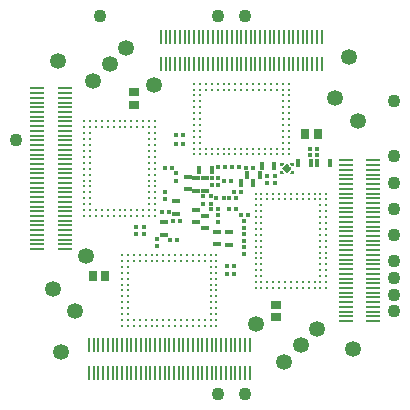
<source format=gbs>
G75*
%MOIN*%
%OFA0B0*%
%FSLAX25Y25*%
%IPPOS*%
%LPD*%
%AMOC8*
5,1,8,0,0,1.08239X$1,22.5*
%
%ADD10R,0.01381X0.01775*%
%ADD11C,0.05318*%
%ADD12C,0.00987*%
%ADD13R,0.00987X0.04688*%
%ADD14R,0.01775X0.01381*%
%ADD15R,0.04688X0.00987*%
%ADD16C,0.04334*%
%ADD17C,0.00200*%
%ADD18R,0.01775X0.02562*%
%ADD19R,0.03200X0.02900*%
%ADD20R,0.02900X0.03200*%
%ADD21R,0.02562X0.01775*%
D10*
X0102965Y0077055D03*
X0105327Y0077055D03*
X0104146Y0083355D03*
X0106508Y0083355D03*
X0102670Y0086307D03*
X0100307Y0086307D03*
X0116744Y0087095D03*
X0119107Y0087095D03*
X0122650Y0087095D03*
X0125012Y0087095D03*
X0126587Y0085126D03*
X0128949Y0085126D03*
X0125012Y0090835D03*
X0124225Y0093000D03*
X0126587Y0093000D03*
X0122650Y0090835D03*
X0120878Y0091032D03*
X0118516Y0091032D03*
X0121075Y0096544D03*
X0123437Y0096544D03*
X0123693Y0101111D03*
X0126055Y0101111D03*
X0128221Y0101052D03*
X0130583Y0101052D03*
X0121278Y0101248D03*
X0118916Y0101248D03*
X0107492Y0108965D03*
X0105130Y0108965D03*
X0105091Y0111918D03*
X0107453Y0111918D03*
X0103851Y0101071D03*
X0101488Y0101071D03*
X0122059Y0068178D03*
X0124421Y0068178D03*
X0124461Y0065422D03*
X0122099Y0065422D03*
X0149618Y0105185D03*
X0149618Y0107351D03*
X0151981Y0107351D03*
X0151981Y0105185D03*
D11*
X0066744Y0039457D03*
X0071469Y0053237D03*
X0063988Y0060717D03*
X0075012Y0071741D03*
X0131705Y0048906D03*
X0146666Y0041819D03*
X0152177Y0047331D03*
X0163988Y0040638D03*
X0141154Y0036307D03*
X0165563Y0116622D03*
X0158083Y0124103D03*
X0162807Y0137882D03*
X0097847Y0128433D03*
X0082886Y0135520D03*
X0077374Y0130008D03*
X0065563Y0136701D03*
X0088398Y0141032D03*
D12*
X0111036Y0129044D03*
X0113004Y0129044D03*
X0114973Y0129044D03*
X0116941Y0129044D03*
X0118910Y0129044D03*
X0120878Y0129044D03*
X0122847Y0129044D03*
X0124815Y0129044D03*
X0126784Y0129044D03*
X0128752Y0129044D03*
X0130721Y0129044D03*
X0132689Y0129044D03*
X0134658Y0129044D03*
X0136626Y0129044D03*
X0138595Y0129044D03*
X0140563Y0129044D03*
X0142532Y0129044D03*
X0142532Y0127075D03*
X0142532Y0125107D03*
X0140563Y0125107D03*
X0140563Y0127075D03*
X0138595Y0127075D03*
X0136626Y0127075D03*
X0134658Y0127075D03*
X0132689Y0127075D03*
X0130721Y0127075D03*
X0128752Y0127075D03*
X0126784Y0127075D03*
X0124815Y0127075D03*
X0122847Y0127075D03*
X0120878Y0127075D03*
X0118910Y0127075D03*
X0116941Y0127075D03*
X0114973Y0127075D03*
X0113004Y0127075D03*
X0113004Y0125107D03*
X0111036Y0125107D03*
X0111036Y0127075D03*
X0111036Y0123138D03*
X0113004Y0123138D03*
X0113004Y0121170D03*
X0111036Y0121170D03*
X0111036Y0119201D03*
X0113004Y0119201D03*
X0113004Y0117233D03*
X0111036Y0117233D03*
X0111036Y0115264D03*
X0113004Y0115264D03*
X0113004Y0113296D03*
X0111036Y0113296D03*
X0111036Y0111327D03*
X0113004Y0111327D03*
X0113004Y0109359D03*
X0111036Y0109359D03*
X0111036Y0107390D03*
X0113004Y0107390D03*
X0113004Y0105422D03*
X0111036Y0105422D03*
X0114973Y0105422D03*
X0114973Y0107390D03*
X0116941Y0107390D03*
X0116941Y0105422D03*
X0118910Y0105422D03*
X0118910Y0107390D03*
X0120878Y0107390D03*
X0120878Y0105422D03*
X0122847Y0105422D03*
X0122847Y0107390D03*
X0124815Y0107390D03*
X0124815Y0105422D03*
X0126784Y0105422D03*
X0126784Y0107390D03*
X0128752Y0107390D03*
X0128752Y0105422D03*
X0130721Y0105422D03*
X0130721Y0107390D03*
X0132689Y0107390D03*
X0132689Y0105422D03*
X0134658Y0105422D03*
X0134658Y0107390D03*
X0136626Y0107390D03*
X0136626Y0105422D03*
X0138595Y0105422D03*
X0138595Y0107390D03*
X0140563Y0107390D03*
X0140563Y0105422D03*
X0142532Y0105422D03*
X0142532Y0107390D03*
X0142532Y0109359D03*
X0142532Y0111327D03*
X0142532Y0113296D03*
X0142532Y0115264D03*
X0140563Y0115264D03*
X0140563Y0113296D03*
X0140563Y0111327D03*
X0140563Y0109359D03*
X0140563Y0117233D03*
X0140563Y0119201D03*
X0140563Y0121170D03*
X0140563Y0123138D03*
X0142532Y0123138D03*
X0142532Y0121170D03*
X0142532Y0119201D03*
X0142532Y0117233D03*
X0143339Y0092410D03*
X0145307Y0092410D03*
X0147276Y0092410D03*
X0149244Y0092410D03*
X0151213Y0092410D03*
X0153181Y0092410D03*
X0155150Y0092410D03*
X0155150Y0090441D03*
X0155150Y0088473D03*
X0153181Y0088473D03*
X0153181Y0090441D03*
X0151213Y0090441D03*
X0149244Y0090441D03*
X0147276Y0090441D03*
X0145307Y0090441D03*
X0143339Y0090441D03*
X0141370Y0090441D03*
X0139402Y0090441D03*
X0137433Y0090441D03*
X0135465Y0090441D03*
X0133496Y0090441D03*
X0133496Y0088473D03*
X0131528Y0088473D03*
X0131528Y0090441D03*
X0131528Y0092410D03*
X0133496Y0092410D03*
X0135465Y0092410D03*
X0137433Y0092410D03*
X0139402Y0092410D03*
X0141370Y0092410D03*
X0133496Y0086504D03*
X0133496Y0084536D03*
X0131528Y0084536D03*
X0131528Y0086504D03*
X0131528Y0082567D03*
X0131528Y0080599D03*
X0133496Y0080599D03*
X0133496Y0082567D03*
X0133496Y0078630D03*
X0133496Y0076662D03*
X0131528Y0076662D03*
X0131528Y0078630D03*
X0131528Y0074693D03*
X0133496Y0074693D03*
X0133496Y0072725D03*
X0131528Y0072725D03*
X0131528Y0070756D03*
X0131528Y0068788D03*
X0133496Y0068788D03*
X0133496Y0070756D03*
X0133496Y0066819D03*
X0131528Y0066819D03*
X0131528Y0064851D03*
X0133496Y0064851D03*
X0133496Y0062882D03*
X0131528Y0062882D03*
X0131528Y0060914D03*
X0133496Y0060914D03*
X0135465Y0060914D03*
X0135465Y0062882D03*
X0137433Y0062882D03*
X0137433Y0060914D03*
X0139402Y0060914D03*
X0139402Y0062882D03*
X0141370Y0062882D03*
X0141370Y0060914D03*
X0143339Y0060914D03*
X0143339Y0062882D03*
X0145307Y0062882D03*
X0145307Y0060914D03*
X0147276Y0060914D03*
X0147276Y0062882D03*
X0149244Y0062882D03*
X0149244Y0060914D03*
X0151213Y0060914D03*
X0151213Y0062882D03*
X0153181Y0062882D03*
X0153181Y0060914D03*
X0155150Y0060914D03*
X0155150Y0062882D03*
X0155150Y0064851D03*
X0155150Y0066819D03*
X0153181Y0066819D03*
X0153181Y0064851D03*
X0153181Y0068788D03*
X0153181Y0070756D03*
X0153181Y0072725D03*
X0155150Y0072725D03*
X0155150Y0070756D03*
X0155150Y0068788D03*
X0155150Y0074693D03*
X0153181Y0074693D03*
X0153181Y0076662D03*
X0153181Y0078630D03*
X0153181Y0080599D03*
X0153181Y0082567D03*
X0153181Y0084536D03*
X0153181Y0086504D03*
X0155150Y0086504D03*
X0155150Y0084536D03*
X0155150Y0082567D03*
X0155150Y0080599D03*
X0155150Y0078630D03*
X0155150Y0076662D03*
X0118516Y0071918D03*
X0116547Y0071918D03*
X0114579Y0071918D03*
X0112610Y0071918D03*
X0110642Y0071918D03*
X0108673Y0071918D03*
X0106705Y0071918D03*
X0104736Y0071918D03*
X0102768Y0071918D03*
X0100799Y0071918D03*
X0098831Y0071918D03*
X0096862Y0071918D03*
X0094894Y0071918D03*
X0092925Y0071918D03*
X0090957Y0071918D03*
X0088988Y0071918D03*
X0087020Y0071918D03*
X0087020Y0069949D03*
X0087020Y0067981D03*
X0088988Y0067981D03*
X0088988Y0069949D03*
X0090957Y0069949D03*
X0092925Y0069949D03*
X0094894Y0069949D03*
X0096862Y0069949D03*
X0098831Y0069949D03*
X0100799Y0069949D03*
X0102768Y0069949D03*
X0104736Y0069949D03*
X0106705Y0069949D03*
X0108673Y0069949D03*
X0110642Y0069949D03*
X0112610Y0069949D03*
X0114579Y0069949D03*
X0116547Y0069949D03*
X0116547Y0067981D03*
X0116547Y0066012D03*
X0116547Y0064044D03*
X0118516Y0064044D03*
X0118516Y0066012D03*
X0118516Y0067981D03*
X0118516Y0069949D03*
X0118516Y0062075D03*
X0118516Y0060107D03*
X0116547Y0060107D03*
X0116547Y0062075D03*
X0116547Y0058138D03*
X0116547Y0056170D03*
X0116547Y0054201D03*
X0116547Y0052233D03*
X0116547Y0050264D03*
X0114579Y0050264D03*
X0114579Y0048296D03*
X0116547Y0048296D03*
X0118516Y0048296D03*
X0118516Y0050264D03*
X0118516Y0052233D03*
X0118516Y0054201D03*
X0118516Y0056170D03*
X0118516Y0058138D03*
X0112610Y0050264D03*
X0110642Y0050264D03*
X0110642Y0048296D03*
X0112610Y0048296D03*
X0108673Y0048296D03*
X0106705Y0048296D03*
X0106705Y0050264D03*
X0108673Y0050264D03*
X0104736Y0050264D03*
X0102768Y0050264D03*
X0102768Y0048296D03*
X0104736Y0048296D03*
X0100799Y0048296D03*
X0098831Y0048296D03*
X0098831Y0050264D03*
X0100799Y0050264D03*
X0096862Y0050264D03*
X0094894Y0050264D03*
X0094894Y0048296D03*
X0096862Y0048296D03*
X0092925Y0048296D03*
X0090957Y0048296D03*
X0090957Y0050264D03*
X0092925Y0050264D03*
X0088988Y0050264D03*
X0087020Y0050264D03*
X0087020Y0048296D03*
X0088988Y0048296D03*
X0088988Y0052233D03*
X0087020Y0052233D03*
X0087020Y0054201D03*
X0088988Y0054201D03*
X0088988Y0056170D03*
X0087020Y0056170D03*
X0087020Y0058138D03*
X0088988Y0058138D03*
X0088988Y0060107D03*
X0087020Y0060107D03*
X0087020Y0062075D03*
X0088988Y0062075D03*
X0088988Y0064044D03*
X0087020Y0064044D03*
X0087020Y0066012D03*
X0088988Y0066012D03*
X0088181Y0084930D03*
X0088181Y0086898D03*
X0086213Y0086898D03*
X0086213Y0084930D03*
X0084244Y0084930D03*
X0084244Y0086898D03*
X0082276Y0086898D03*
X0082276Y0084930D03*
X0080307Y0084930D03*
X0080307Y0086898D03*
X0078339Y0086898D03*
X0078339Y0084930D03*
X0076370Y0084930D03*
X0076370Y0086898D03*
X0074402Y0086898D03*
X0074402Y0084930D03*
X0074402Y0088867D03*
X0074402Y0090835D03*
X0076370Y0090835D03*
X0076370Y0088867D03*
X0076370Y0092804D03*
X0076370Y0094772D03*
X0074402Y0094772D03*
X0074402Y0092804D03*
X0074402Y0096741D03*
X0074402Y0098709D03*
X0076370Y0098709D03*
X0076370Y0096741D03*
X0076370Y0100678D03*
X0076370Y0102646D03*
X0074402Y0102646D03*
X0074402Y0100678D03*
X0074402Y0104615D03*
X0076370Y0104615D03*
X0076370Y0106583D03*
X0074402Y0106583D03*
X0074402Y0108552D03*
X0074402Y0110520D03*
X0076370Y0110520D03*
X0076370Y0108552D03*
X0076370Y0112489D03*
X0076370Y0114457D03*
X0074402Y0114457D03*
X0074402Y0112489D03*
X0074402Y0116426D03*
X0076370Y0116426D03*
X0078339Y0116426D03*
X0080307Y0116426D03*
X0082276Y0116426D03*
X0084244Y0116426D03*
X0086213Y0116426D03*
X0088181Y0116426D03*
X0090150Y0116426D03*
X0092118Y0116426D03*
X0094087Y0116426D03*
X0096055Y0116426D03*
X0098024Y0116426D03*
X0098024Y0114457D03*
X0098024Y0112489D03*
X0096055Y0112489D03*
X0096055Y0114457D03*
X0094087Y0114457D03*
X0092118Y0114457D03*
X0090150Y0114457D03*
X0088181Y0114457D03*
X0086213Y0114457D03*
X0084244Y0114457D03*
X0082276Y0114457D03*
X0080307Y0114457D03*
X0078339Y0114457D03*
X0096055Y0110520D03*
X0096055Y0108552D03*
X0098024Y0108552D03*
X0098024Y0110520D03*
X0098024Y0106583D03*
X0096055Y0106583D03*
X0096055Y0104615D03*
X0098024Y0104615D03*
X0098024Y0102646D03*
X0098024Y0100678D03*
X0096055Y0100678D03*
X0096055Y0102646D03*
X0096055Y0098709D03*
X0096055Y0096741D03*
X0098024Y0096741D03*
X0098024Y0098709D03*
X0098024Y0094772D03*
X0098024Y0092804D03*
X0096055Y0092804D03*
X0096055Y0094772D03*
X0096055Y0090835D03*
X0096055Y0088867D03*
X0098024Y0088867D03*
X0098024Y0090835D03*
X0098024Y0086898D03*
X0098024Y0084930D03*
X0096055Y0084930D03*
X0096055Y0086898D03*
X0094087Y0086898D03*
X0094087Y0084930D03*
X0092118Y0084930D03*
X0092118Y0086898D03*
X0090150Y0086898D03*
X0090150Y0084930D03*
D13*
X0090170Y0041878D03*
X0091744Y0041878D03*
X0093319Y0041878D03*
X0094894Y0041878D03*
X0096469Y0041878D03*
X0098044Y0041878D03*
X0099618Y0041878D03*
X0101193Y0041878D03*
X0102768Y0041878D03*
X0104343Y0041878D03*
X0105918Y0041878D03*
X0107492Y0041878D03*
X0109067Y0041878D03*
X0110642Y0041878D03*
X0112217Y0041878D03*
X0113792Y0041878D03*
X0115366Y0041878D03*
X0116941Y0041878D03*
X0118516Y0041878D03*
X0120091Y0041878D03*
X0121666Y0041878D03*
X0123240Y0041878D03*
X0124815Y0041878D03*
X0126390Y0041878D03*
X0127965Y0041878D03*
X0129540Y0041878D03*
X0129540Y0032666D03*
X0127965Y0032666D03*
X0126390Y0032666D03*
X0124815Y0032666D03*
X0123240Y0032666D03*
X0121666Y0032666D03*
X0120091Y0032666D03*
X0118516Y0032666D03*
X0116941Y0032666D03*
X0115366Y0032666D03*
X0113792Y0032666D03*
X0112217Y0032666D03*
X0110642Y0032666D03*
X0109067Y0032666D03*
X0107492Y0032666D03*
X0105918Y0032666D03*
X0104343Y0032666D03*
X0102768Y0032666D03*
X0101193Y0032666D03*
X0099618Y0032666D03*
X0098044Y0032666D03*
X0096469Y0032666D03*
X0094894Y0032666D03*
X0093319Y0032666D03*
X0091744Y0032666D03*
X0090170Y0032666D03*
X0088595Y0032666D03*
X0087020Y0032666D03*
X0085445Y0032666D03*
X0083870Y0032666D03*
X0082295Y0032666D03*
X0080721Y0032666D03*
X0079146Y0032666D03*
X0077571Y0032666D03*
X0075996Y0032666D03*
X0075996Y0041878D03*
X0077571Y0041878D03*
X0079146Y0041878D03*
X0080721Y0041878D03*
X0082295Y0041878D03*
X0083870Y0041878D03*
X0085445Y0041878D03*
X0087020Y0041878D03*
X0088595Y0041878D03*
X0100012Y0135461D03*
X0101587Y0135461D03*
X0103162Y0135461D03*
X0104736Y0135461D03*
X0106311Y0135461D03*
X0107886Y0135461D03*
X0109461Y0135461D03*
X0111036Y0135461D03*
X0112610Y0135461D03*
X0114185Y0135461D03*
X0115760Y0135461D03*
X0117335Y0135461D03*
X0118910Y0135461D03*
X0120484Y0135461D03*
X0122059Y0135461D03*
X0123634Y0135461D03*
X0125209Y0135461D03*
X0126784Y0135461D03*
X0128358Y0135461D03*
X0129933Y0135461D03*
X0131508Y0135461D03*
X0133083Y0135461D03*
X0134658Y0135461D03*
X0136233Y0135461D03*
X0137807Y0135461D03*
X0139382Y0135461D03*
X0140957Y0135461D03*
X0142532Y0135461D03*
X0144107Y0135461D03*
X0145681Y0135461D03*
X0147256Y0135461D03*
X0148831Y0135461D03*
X0150406Y0135461D03*
X0151981Y0135461D03*
X0153555Y0135461D03*
X0153555Y0144674D03*
X0151981Y0144674D03*
X0150406Y0144674D03*
X0148831Y0144674D03*
X0147256Y0144674D03*
X0145681Y0144674D03*
X0144107Y0144674D03*
X0142532Y0144674D03*
X0140957Y0144674D03*
X0139382Y0144674D03*
X0137807Y0144674D03*
X0136233Y0144674D03*
X0134658Y0144674D03*
X0133083Y0144674D03*
X0131508Y0144674D03*
X0129933Y0144674D03*
X0128358Y0144674D03*
X0126784Y0144674D03*
X0125209Y0144674D03*
X0123634Y0144674D03*
X0122059Y0144674D03*
X0120484Y0144674D03*
X0118910Y0144674D03*
X0117335Y0144674D03*
X0115760Y0144674D03*
X0114185Y0144674D03*
X0112610Y0144674D03*
X0111036Y0144674D03*
X0109461Y0144674D03*
X0107886Y0144674D03*
X0106311Y0144674D03*
X0104736Y0144674D03*
X0103162Y0144674D03*
X0101587Y0144674D03*
X0100012Y0144674D03*
D14*
X0104933Y0099103D03*
X0104933Y0096741D03*
X0101390Y0093000D03*
X0101390Y0090638D03*
X0113988Y0091426D03*
X0113988Y0089063D03*
X0116744Y0089063D03*
X0116744Y0091426D03*
X0117138Y0095363D03*
X0119107Y0095363D03*
X0119107Y0097725D03*
X0117138Y0097725D03*
X0119107Y0085323D03*
X0119107Y0082961D03*
X0127748Y0083348D03*
X0127748Y0080986D03*
X0127709Y0079063D03*
X0127709Y0076701D03*
X0127748Y0074733D03*
X0127748Y0072370D03*
X0098831Y0074792D03*
X0098831Y0077154D03*
X0094284Y0079024D03*
X0094284Y0081386D03*
X0091528Y0081347D03*
X0091528Y0078985D03*
X0135465Y0095953D03*
X0135465Y0098315D03*
X0138024Y0098355D03*
X0138024Y0095992D03*
D15*
X0161567Y0095559D03*
X0161567Y0093985D03*
X0161567Y0092410D03*
X0161567Y0090835D03*
X0161567Y0089260D03*
X0161567Y0087685D03*
X0161567Y0086111D03*
X0161567Y0084536D03*
X0161567Y0082961D03*
X0161567Y0081386D03*
X0161567Y0079811D03*
X0161567Y0078237D03*
X0161567Y0076662D03*
X0161567Y0075087D03*
X0161567Y0073512D03*
X0161567Y0071937D03*
X0161567Y0070363D03*
X0161567Y0068788D03*
X0161567Y0067213D03*
X0161567Y0065638D03*
X0161567Y0064063D03*
X0161567Y0062489D03*
X0161567Y0060914D03*
X0161567Y0059339D03*
X0161567Y0057764D03*
X0161567Y0056189D03*
X0161567Y0054615D03*
X0161567Y0053040D03*
X0161567Y0051465D03*
X0161567Y0049890D03*
X0170780Y0049890D03*
X0170780Y0051465D03*
X0170780Y0053040D03*
X0170780Y0054615D03*
X0170780Y0056189D03*
X0170780Y0057764D03*
X0170780Y0059339D03*
X0170780Y0060914D03*
X0170780Y0062489D03*
X0170780Y0064063D03*
X0170780Y0065638D03*
X0170780Y0067213D03*
X0170780Y0068788D03*
X0170780Y0070363D03*
X0170780Y0071937D03*
X0170780Y0073512D03*
X0170780Y0075087D03*
X0170780Y0076662D03*
X0170780Y0078237D03*
X0170780Y0079811D03*
X0170780Y0081386D03*
X0170780Y0082961D03*
X0170780Y0084536D03*
X0170780Y0086111D03*
X0170780Y0087685D03*
X0170780Y0089260D03*
X0170780Y0090835D03*
X0170780Y0092410D03*
X0170780Y0093985D03*
X0170780Y0095559D03*
X0170780Y0097134D03*
X0170780Y0098709D03*
X0170780Y0100284D03*
X0170780Y0101859D03*
X0170780Y0103433D03*
X0161567Y0103433D03*
X0161567Y0101859D03*
X0161567Y0100284D03*
X0161567Y0098709D03*
X0161567Y0097134D03*
X0067984Y0097528D03*
X0067984Y0099103D03*
X0067984Y0100678D03*
X0067984Y0102252D03*
X0067984Y0103827D03*
X0067984Y0105402D03*
X0067984Y0106977D03*
X0067984Y0108552D03*
X0067984Y0110126D03*
X0067984Y0111701D03*
X0067984Y0113276D03*
X0067984Y0114851D03*
X0067984Y0116426D03*
X0067984Y0118000D03*
X0067984Y0119575D03*
X0067984Y0121150D03*
X0067984Y0122725D03*
X0067984Y0124300D03*
X0067984Y0125874D03*
X0067984Y0127449D03*
X0058772Y0127449D03*
X0058772Y0125874D03*
X0058772Y0124300D03*
X0058772Y0122725D03*
X0058772Y0121150D03*
X0058772Y0119575D03*
X0058772Y0118000D03*
X0058772Y0116426D03*
X0058772Y0114851D03*
X0058772Y0113276D03*
X0058772Y0111701D03*
X0058772Y0110126D03*
X0058772Y0108552D03*
X0058772Y0106977D03*
X0058772Y0105402D03*
X0058772Y0103827D03*
X0058772Y0102252D03*
X0058772Y0100678D03*
X0058772Y0099103D03*
X0058772Y0097528D03*
X0058772Y0095953D03*
X0058772Y0094378D03*
X0058772Y0092804D03*
X0058772Y0091229D03*
X0058772Y0089654D03*
X0058772Y0088079D03*
X0058772Y0086504D03*
X0058772Y0084930D03*
X0058772Y0083355D03*
X0058772Y0081780D03*
X0058772Y0080205D03*
X0058772Y0078630D03*
X0058772Y0077055D03*
X0058772Y0075481D03*
X0058772Y0073906D03*
X0067984Y0073906D03*
X0067984Y0075481D03*
X0067984Y0077055D03*
X0067984Y0078630D03*
X0067984Y0080205D03*
X0067984Y0081780D03*
X0067984Y0083355D03*
X0067984Y0084930D03*
X0067984Y0086504D03*
X0067984Y0088079D03*
X0067984Y0089654D03*
X0067984Y0091229D03*
X0067984Y0092804D03*
X0067984Y0094378D03*
X0067984Y0095953D03*
D16*
X0051784Y0110126D03*
X0079736Y0151662D03*
X0119107Y0151662D03*
X0128162Y0151662D03*
X0177768Y0123315D03*
X0177768Y0104811D03*
X0177768Y0096052D03*
X0177768Y0087292D03*
X0177768Y0078532D03*
X0177768Y0069772D03*
X0177768Y0064260D03*
X0177768Y0058748D03*
X0177768Y0053237D03*
X0128162Y0025678D03*
X0119107Y0025678D03*
D17*
X0139540Y0099280D02*
X0139540Y0099910D01*
X0140130Y0099910D01*
X0140760Y0099280D01*
X0139540Y0099280D01*
X0139540Y0099389D02*
X0140651Y0099389D01*
X0140452Y0099588D02*
X0139540Y0099588D01*
X0139540Y0099786D02*
X0140254Y0099786D01*
X0140999Y0100382D02*
X0142686Y0100382D01*
X0142488Y0100183D02*
X0141198Y0100183D01*
X0141396Y0099985D02*
X0142289Y0099985D01*
X0142091Y0099786D02*
X0141595Y0099786D01*
X0141793Y0099588D02*
X0141892Y0099588D01*
X0141843Y0099538D02*
X0143179Y0100874D01*
X0141843Y0102211D01*
X0140506Y0100874D01*
X0141843Y0099538D01*
X0142925Y0099280D02*
X0143555Y0099910D01*
X0144146Y0099910D01*
X0144146Y0099280D01*
X0142925Y0099280D01*
X0143035Y0099389D02*
X0144146Y0099389D01*
X0144146Y0099588D02*
X0143233Y0099588D01*
X0143432Y0099786D02*
X0144146Y0099786D01*
X0143083Y0100779D02*
X0140602Y0100779D01*
X0140609Y0100977D02*
X0143076Y0100977D01*
X0142877Y0101176D02*
X0140808Y0101176D01*
X0141006Y0101374D02*
X0142679Y0101374D01*
X0142480Y0101573D02*
X0141205Y0101573D01*
X0141404Y0101771D02*
X0142282Y0101771D01*
X0142083Y0101970D02*
X0141602Y0101970D01*
X0141801Y0102168D02*
X0141885Y0102168D01*
X0142925Y0102469D02*
X0143555Y0101839D01*
X0144146Y0101839D01*
X0144146Y0102469D01*
X0142925Y0102469D01*
X0143027Y0102367D02*
X0144146Y0102367D01*
X0144146Y0102168D02*
X0143226Y0102168D01*
X0143424Y0101970D02*
X0144146Y0101970D01*
X0142885Y0100580D02*
X0140801Y0100580D01*
X0140130Y0101839D02*
X0139540Y0101839D01*
X0139540Y0102469D01*
X0140760Y0102469D01*
X0140130Y0101839D01*
X0140261Y0101970D02*
X0139540Y0101970D01*
X0139540Y0102168D02*
X0140460Y0102168D01*
X0140658Y0102367D02*
X0139540Y0102367D01*
D18*
X0137742Y0101662D03*
X0133542Y0101662D03*
X0133018Y0098611D03*
X0130852Y0095855D03*
X0128818Y0098611D03*
X0126652Y0095855D03*
X0116876Y0100284D03*
X0112676Y0100284D03*
X0145747Y0102449D03*
X0149947Y0102449D03*
X0152046Y0102449D03*
X0156246Y0102449D03*
D19*
X0138398Y0055337D03*
X0138398Y0051137D03*
X0091154Y0122003D03*
X0091154Y0126203D03*
D20*
X0148109Y0112292D03*
X0152309Y0112292D03*
X0081443Y0065048D03*
X0077243Y0065048D03*
D21*
X0100996Y0078696D03*
X0100996Y0082896D03*
X0104933Y0085585D03*
X0104933Y0089785D03*
X0108870Y0093853D03*
X0111823Y0093263D03*
X0114776Y0093263D03*
X0114776Y0097463D03*
X0111823Y0097463D03*
X0108870Y0098053D03*
X0111626Y0087030D03*
X0114776Y0085061D03*
X0111626Y0082830D03*
X0114776Y0080861D03*
X0118713Y0079746D03*
X0122650Y0079549D03*
X0122650Y0075349D03*
X0118713Y0075546D03*
M02*

</source>
